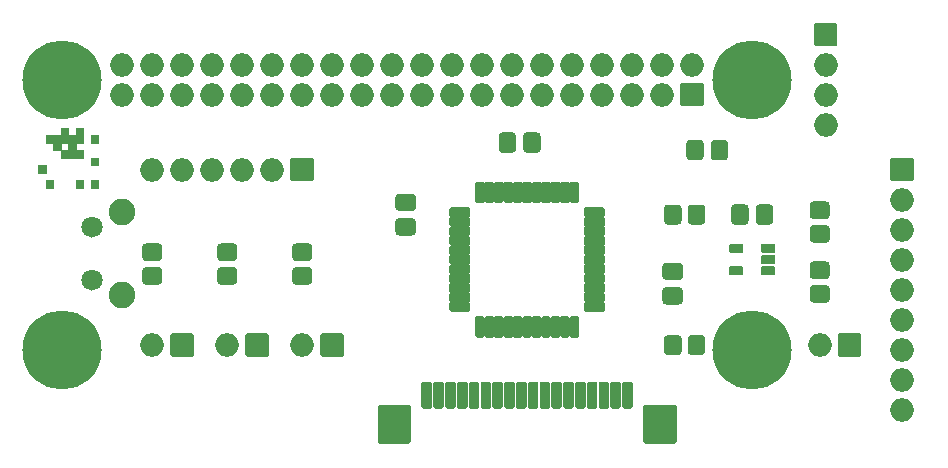
<source format=gbr>
%TF.GenerationSoftware,KiCad,Pcbnew,(5.1.9)-1*%
%TF.CreationDate,2021-07-28T13:21:10+01:00*%
%TF.ProjectId,RGBtoHDMI Amiga Denise CPLD FFC Rev 1.1,52474274-6f48-4444-9d49-20416d696761,rev?*%
%TF.SameCoordinates,Original*%
%TF.FileFunction,Soldermask,Top*%
%TF.FilePolarity,Negative*%
%FSLAX46Y46*%
G04 Gerber Fmt 4.6, Leading zero omitted, Abs format (unit mm)*
G04 Created by KiCad (PCBNEW (5.1.9)-1) date 2021-07-28 13:21:10*
%MOMM*%
%LPD*%
G01*
G04 APERTURE LIST*
%ADD10C,0.100000*%
%ADD11C,1.808000*%
%ADD12C,2.250000*%
%ADD13C,1.100000*%
%ADD14C,6.700000*%
%ADD15O,2.000000X2.000000*%
G04 APERTURE END LIST*
D10*
%TO.C,solarmon*%
G36*
X112268000Y-82169000D02*
G01*
X111633000Y-82169000D01*
X111633000Y-81534000D01*
X112268000Y-81534000D01*
X112268000Y-82169000D01*
G37*
X112268000Y-82169000D02*
X111633000Y-82169000D01*
X111633000Y-81534000D01*
X112268000Y-81534000D01*
X112268000Y-82169000D01*
G36*
X110998000Y-84074000D02*
G01*
X110363000Y-84074000D01*
X110363000Y-83439000D01*
X110998000Y-83439000D01*
X110998000Y-84074000D01*
G37*
X110998000Y-84074000D02*
X110363000Y-84074000D01*
X110363000Y-83439000D01*
X110998000Y-83439000D01*
X110998000Y-84074000D01*
G36*
X108458000Y-84074000D02*
G01*
X107823000Y-84074000D01*
X107823000Y-83439000D01*
X108458000Y-83439000D01*
X108458000Y-84074000D01*
G37*
X108458000Y-84074000D02*
X107823000Y-84074000D01*
X107823000Y-83439000D01*
X108458000Y-83439000D01*
X108458000Y-84074000D01*
G36*
X107823000Y-82804000D02*
G01*
X107188000Y-82804000D01*
X107188000Y-82169000D01*
X107823000Y-82169000D01*
X107823000Y-82804000D01*
G37*
X107823000Y-82804000D02*
X107188000Y-82804000D01*
X107188000Y-82169000D01*
X107823000Y-82169000D01*
X107823000Y-82804000D01*
G36*
X108458000Y-80264000D02*
G01*
X107823000Y-80264000D01*
X107823000Y-79629000D01*
X108458000Y-79629000D01*
X108458000Y-80264000D01*
G37*
X108458000Y-80264000D02*
X107823000Y-80264000D01*
X107823000Y-79629000D01*
X108458000Y-79629000D01*
X108458000Y-80264000D01*
G36*
X109093000Y-80264000D02*
G01*
X108458000Y-80264000D01*
X108458000Y-79629000D01*
X109093000Y-79629000D01*
X109093000Y-80264000D01*
G37*
X109093000Y-80264000D02*
X108458000Y-80264000D01*
X108458000Y-79629000D01*
X109093000Y-79629000D01*
X109093000Y-80264000D01*
G36*
X109728000Y-79629000D02*
G01*
X109093000Y-79629000D01*
X109093000Y-78994000D01*
X109728000Y-78994000D01*
X109728000Y-79629000D01*
G37*
X109728000Y-79629000D02*
X109093000Y-79629000D01*
X109093000Y-78994000D01*
X109728000Y-78994000D01*
X109728000Y-79629000D01*
G36*
X109728000Y-80264000D02*
G01*
X109093000Y-80264000D01*
X109093000Y-79629000D01*
X109728000Y-79629000D01*
X109728000Y-80264000D01*
G37*
X109728000Y-80264000D02*
X109093000Y-80264000D01*
X109093000Y-79629000D01*
X109728000Y-79629000D01*
X109728000Y-80264000D01*
G36*
X110363000Y-80264000D02*
G01*
X109728000Y-80264000D01*
X109728000Y-79629000D01*
X110363000Y-79629000D01*
X110363000Y-80264000D01*
G37*
X110363000Y-80264000D02*
X109728000Y-80264000D01*
X109728000Y-79629000D01*
X110363000Y-79629000D01*
X110363000Y-80264000D01*
G36*
X110998000Y-80264000D02*
G01*
X110363000Y-80264000D01*
X110363000Y-79629000D01*
X110998000Y-79629000D01*
X110998000Y-80264000D01*
G37*
X110998000Y-80264000D02*
X110363000Y-80264000D01*
X110363000Y-79629000D01*
X110998000Y-79629000D01*
X110998000Y-80264000D01*
G36*
X110998000Y-79629000D02*
G01*
X110363000Y-79629000D01*
X110363000Y-78994000D01*
X110998000Y-78994000D01*
X110998000Y-79629000D01*
G37*
X110998000Y-79629000D02*
X110363000Y-79629000D01*
X110363000Y-78994000D01*
X110998000Y-78994000D01*
X110998000Y-79629000D01*
G36*
X112268000Y-84074000D02*
G01*
X111633000Y-84074000D01*
X111633000Y-83439000D01*
X112268000Y-83439000D01*
X112268000Y-84074000D01*
G37*
X112268000Y-84074000D02*
X111633000Y-84074000D01*
X111633000Y-83439000D01*
X112268000Y-83439000D01*
X112268000Y-84074000D01*
G36*
X112268000Y-80264000D02*
G01*
X111633000Y-80264000D01*
X111633000Y-79629000D01*
X112268000Y-79629000D01*
X112268000Y-80264000D01*
G37*
X112268000Y-80264000D02*
X111633000Y-80264000D01*
X111633000Y-79629000D01*
X112268000Y-79629000D01*
X112268000Y-80264000D01*
G36*
X109093000Y-80899000D02*
G01*
X108458000Y-80899000D01*
X108458000Y-80264000D01*
X109093000Y-80264000D01*
X109093000Y-80899000D01*
G37*
X109093000Y-80899000D02*
X108458000Y-80899000D01*
X108458000Y-80264000D01*
X109093000Y-80264000D01*
X109093000Y-80899000D01*
G36*
X109728000Y-81534000D02*
G01*
X109093000Y-81534000D01*
X109093000Y-80899000D01*
X109728000Y-80899000D01*
X109728000Y-81534000D01*
G37*
X109728000Y-81534000D02*
X109093000Y-81534000D01*
X109093000Y-80899000D01*
X109728000Y-80899000D01*
X109728000Y-81534000D01*
G36*
X110998000Y-81534000D02*
G01*
X110363000Y-81534000D01*
X110363000Y-80899000D01*
X110998000Y-80899000D01*
X110998000Y-81534000D01*
G37*
X110998000Y-81534000D02*
X110363000Y-81534000D01*
X110363000Y-80899000D01*
X110998000Y-80899000D01*
X110998000Y-81534000D01*
G36*
X110363000Y-81534000D02*
G01*
X109728000Y-81534000D01*
X109728000Y-80899000D01*
X110363000Y-80899000D01*
X110363000Y-81534000D01*
G37*
X110363000Y-81534000D02*
X109728000Y-81534000D01*
X109728000Y-80899000D01*
X110363000Y-80899000D01*
X110363000Y-81534000D01*
G36*
X110363000Y-80899000D02*
G01*
X109728000Y-80899000D01*
X109728000Y-80264000D01*
X110363000Y-80264000D01*
X110363000Y-80899000D01*
G37*
X110363000Y-80899000D02*
X109728000Y-80899000D01*
X109728000Y-80264000D01*
X110363000Y-80264000D01*
X110363000Y-80899000D01*
%TD*%
D11*
%TO.C,BT11*%
X111760000Y-87387000D03*
X111760000Y-91937000D03*
D12*
X114260000Y-86162000D03*
X114260000Y-93162000D03*
%TD*%
%TO.C,FFC18*%
G36*
G01*
X139640000Y-102645000D02*
X139640000Y-100645000D01*
G75*
G02*
X139790000Y-100495000I150000J0D01*
G01*
X140390000Y-100495000D01*
G75*
G02*
X140540000Y-100645000I0J-150000D01*
G01*
X140540000Y-102645000D01*
G75*
G02*
X140390000Y-102795000I-150000J0D01*
G01*
X139790000Y-102795000D01*
G75*
G02*
X139640000Y-102645000I0J150000D01*
G01*
G37*
G36*
G01*
X140640000Y-102645000D02*
X140640000Y-100645000D01*
G75*
G02*
X140790000Y-100495000I150000J0D01*
G01*
X141390000Y-100495000D01*
G75*
G02*
X141540000Y-100645000I0J-150000D01*
G01*
X141540000Y-102645000D01*
G75*
G02*
X141390000Y-102795000I-150000J0D01*
G01*
X140790000Y-102795000D01*
G75*
G02*
X140640000Y-102645000I0J150000D01*
G01*
G37*
G36*
G01*
X141640000Y-102645000D02*
X141640000Y-100645000D01*
G75*
G02*
X141790000Y-100495000I150000J0D01*
G01*
X142390000Y-100495000D01*
G75*
G02*
X142540000Y-100645000I0J-150000D01*
G01*
X142540000Y-102645000D01*
G75*
G02*
X142390000Y-102795000I-150000J0D01*
G01*
X141790000Y-102795000D01*
G75*
G02*
X141640000Y-102645000I0J150000D01*
G01*
G37*
G36*
G01*
X142640000Y-102645000D02*
X142640000Y-100645000D01*
G75*
G02*
X142790000Y-100495000I150000J0D01*
G01*
X143390000Y-100495000D01*
G75*
G02*
X143540000Y-100645000I0J-150000D01*
G01*
X143540000Y-102645000D01*
G75*
G02*
X143390000Y-102795000I-150000J0D01*
G01*
X142790000Y-102795000D01*
G75*
G02*
X142640000Y-102645000I0J150000D01*
G01*
G37*
G36*
G01*
X143640000Y-102645000D02*
X143640000Y-100645000D01*
G75*
G02*
X143790000Y-100495000I150000J0D01*
G01*
X144390000Y-100495000D01*
G75*
G02*
X144540000Y-100645000I0J-150000D01*
G01*
X144540000Y-102645000D01*
G75*
G02*
X144390000Y-102795000I-150000J0D01*
G01*
X143790000Y-102795000D01*
G75*
G02*
X143640000Y-102645000I0J150000D01*
G01*
G37*
G36*
G01*
X144640000Y-102645000D02*
X144640000Y-100645000D01*
G75*
G02*
X144790000Y-100495000I150000J0D01*
G01*
X145390000Y-100495000D01*
G75*
G02*
X145540000Y-100645000I0J-150000D01*
G01*
X145540000Y-102645000D01*
G75*
G02*
X145390000Y-102795000I-150000J0D01*
G01*
X144790000Y-102795000D01*
G75*
G02*
X144640000Y-102645000I0J150000D01*
G01*
G37*
G36*
G01*
X145640000Y-102645000D02*
X145640000Y-100645000D01*
G75*
G02*
X145790000Y-100495000I150000J0D01*
G01*
X146390000Y-100495000D01*
G75*
G02*
X146540000Y-100645000I0J-150000D01*
G01*
X146540000Y-102645000D01*
G75*
G02*
X146390000Y-102795000I-150000J0D01*
G01*
X145790000Y-102795000D01*
G75*
G02*
X145640000Y-102645000I0J150000D01*
G01*
G37*
G36*
G01*
X146640000Y-102645000D02*
X146640000Y-100645000D01*
G75*
G02*
X146790000Y-100495000I150000J0D01*
G01*
X147390000Y-100495000D01*
G75*
G02*
X147540000Y-100645000I0J-150000D01*
G01*
X147540000Y-102645000D01*
G75*
G02*
X147390000Y-102795000I-150000J0D01*
G01*
X146790000Y-102795000D01*
G75*
G02*
X146640000Y-102645000I0J150000D01*
G01*
G37*
G36*
G01*
X147640000Y-102645000D02*
X147640000Y-100645000D01*
G75*
G02*
X147790000Y-100495000I150000J0D01*
G01*
X148390000Y-100495000D01*
G75*
G02*
X148540000Y-100645000I0J-150000D01*
G01*
X148540000Y-102645000D01*
G75*
G02*
X148390000Y-102795000I-150000J0D01*
G01*
X147790000Y-102795000D01*
G75*
G02*
X147640000Y-102645000I0J150000D01*
G01*
G37*
G36*
G01*
X148640000Y-102645000D02*
X148640000Y-100645000D01*
G75*
G02*
X148790000Y-100495000I150000J0D01*
G01*
X149390000Y-100495000D01*
G75*
G02*
X149540000Y-100645000I0J-150000D01*
G01*
X149540000Y-102645000D01*
G75*
G02*
X149390000Y-102795000I-150000J0D01*
G01*
X148790000Y-102795000D01*
G75*
G02*
X148640000Y-102645000I0J150000D01*
G01*
G37*
G36*
G01*
X149640000Y-102645000D02*
X149640000Y-100645000D01*
G75*
G02*
X149790000Y-100495000I150000J0D01*
G01*
X150390000Y-100495000D01*
G75*
G02*
X150540000Y-100645000I0J-150000D01*
G01*
X150540000Y-102645000D01*
G75*
G02*
X150390000Y-102795000I-150000J0D01*
G01*
X149790000Y-102795000D01*
G75*
G02*
X149640000Y-102645000I0J150000D01*
G01*
G37*
G36*
G01*
X150640000Y-102645000D02*
X150640000Y-100645000D01*
G75*
G02*
X150790000Y-100495000I150000J0D01*
G01*
X151390000Y-100495000D01*
G75*
G02*
X151540000Y-100645000I0J-150000D01*
G01*
X151540000Y-102645000D01*
G75*
G02*
X151390000Y-102795000I-150000J0D01*
G01*
X150790000Y-102795000D01*
G75*
G02*
X150640000Y-102645000I0J150000D01*
G01*
G37*
G36*
G01*
X151640000Y-102645000D02*
X151640000Y-100645000D01*
G75*
G02*
X151790000Y-100495000I150000J0D01*
G01*
X152390000Y-100495000D01*
G75*
G02*
X152540000Y-100645000I0J-150000D01*
G01*
X152540000Y-102645000D01*
G75*
G02*
X152390000Y-102795000I-150000J0D01*
G01*
X151790000Y-102795000D01*
G75*
G02*
X151640000Y-102645000I0J150000D01*
G01*
G37*
G36*
G01*
X152640000Y-102645000D02*
X152640000Y-100645000D01*
G75*
G02*
X152790000Y-100495000I150000J0D01*
G01*
X153390000Y-100495000D01*
G75*
G02*
X153540000Y-100645000I0J-150000D01*
G01*
X153540000Y-102645000D01*
G75*
G02*
X153390000Y-102795000I-150000J0D01*
G01*
X152790000Y-102795000D01*
G75*
G02*
X152640000Y-102645000I0J150000D01*
G01*
G37*
G36*
G01*
X153640000Y-102645000D02*
X153640000Y-100645000D01*
G75*
G02*
X153790000Y-100495000I150000J0D01*
G01*
X154390000Y-100495000D01*
G75*
G02*
X154540000Y-100645000I0J-150000D01*
G01*
X154540000Y-102645000D01*
G75*
G02*
X154390000Y-102795000I-150000J0D01*
G01*
X153790000Y-102795000D01*
G75*
G02*
X153640000Y-102645000I0J150000D01*
G01*
G37*
G36*
G01*
X154640000Y-102645000D02*
X154640000Y-100645000D01*
G75*
G02*
X154790000Y-100495000I150000J0D01*
G01*
X155390000Y-100495000D01*
G75*
G02*
X155540000Y-100645000I0J-150000D01*
G01*
X155540000Y-102645000D01*
G75*
G02*
X155390000Y-102795000I-150000J0D01*
G01*
X154790000Y-102795000D01*
G75*
G02*
X154640000Y-102645000I0J150000D01*
G01*
G37*
G36*
G01*
X155640000Y-102645000D02*
X155640000Y-100645000D01*
G75*
G02*
X155790000Y-100495000I150000J0D01*
G01*
X156390000Y-100495000D01*
G75*
G02*
X156540000Y-100645000I0J-150000D01*
G01*
X156540000Y-102645000D01*
G75*
G02*
X156390000Y-102795000I-150000J0D01*
G01*
X155790000Y-102795000D01*
G75*
G02*
X155640000Y-102645000I0J150000D01*
G01*
G37*
G36*
G01*
X156640000Y-102645000D02*
X156640000Y-100645000D01*
G75*
G02*
X156790000Y-100495000I150000J0D01*
G01*
X157390000Y-100495000D01*
G75*
G02*
X157540000Y-100645000I0J-150000D01*
G01*
X157540000Y-102645000D01*
G75*
G02*
X157390000Y-102795000I-150000J0D01*
G01*
X156790000Y-102795000D01*
G75*
G02*
X156640000Y-102645000I0J150000D01*
G01*
G37*
G36*
G01*
X158440000Y-105595000D02*
X158440000Y-102595000D01*
G75*
G02*
X158590000Y-102445000I150000J0D01*
G01*
X161090000Y-102445000D01*
G75*
G02*
X161240000Y-102595000I0J-150000D01*
G01*
X161240000Y-105595000D01*
G75*
G02*
X161090000Y-105745000I-150000J0D01*
G01*
X158590000Y-105745000D01*
G75*
G02*
X158440000Y-105595000I0J150000D01*
G01*
G37*
G36*
G01*
X135940000Y-105595000D02*
X135940000Y-102595000D01*
G75*
G02*
X136090000Y-102445000I150000J0D01*
G01*
X138590000Y-102445000D01*
G75*
G02*
X138740000Y-102595000I0J-150000D01*
G01*
X138740000Y-105595000D01*
G75*
G02*
X138590000Y-105745000I-150000J0D01*
G01*
X136090000Y-105745000D01*
G75*
G02*
X135940000Y-105595000I0J150000D01*
G01*
G37*
%TD*%
D13*
%TO.C,H4*%
X169337056Y-96092944D03*
X167640000Y-95390000D03*
X165942944Y-96092944D03*
X165240000Y-97790000D03*
X165942944Y-99487056D03*
X167640000Y-100190000D03*
X169337056Y-99487056D03*
X170040000Y-97790000D03*
D14*
X167640000Y-97790000D03*
%TD*%
D13*
%TO.C,H3*%
X110917056Y-96092944D03*
X109220000Y-95390000D03*
X107522944Y-96092944D03*
X106820000Y-97790000D03*
X107522944Y-99487056D03*
X109220000Y-100190000D03*
X110917056Y-99487056D03*
X111620000Y-97790000D03*
D14*
X109220000Y-97790000D03*
%TD*%
D13*
%TO.C,H2*%
X169337056Y-73232944D03*
X167640000Y-72530000D03*
X165942944Y-73232944D03*
X165240000Y-74930000D03*
X165942944Y-76627056D03*
X167640000Y-77330000D03*
X169337056Y-76627056D03*
X170040000Y-74930000D03*
D14*
X167640000Y-74930000D03*
%TD*%
D13*
%TO.C,H1*%
X110917056Y-73232944D03*
X109220000Y-72530000D03*
X107522944Y-73232944D03*
X106820000Y-74930000D03*
X107522944Y-76627056D03*
X109220000Y-77330000D03*
X110917056Y-76627056D03*
X111620000Y-74930000D03*
D14*
X109220000Y-74930000D03*
%TD*%
D15*
%TO.C,JP1*%
X173355000Y-97409000D03*
G36*
G01*
X175045000Y-96409000D02*
X176745000Y-96409000D01*
G75*
G02*
X176895000Y-96559000I0J-150000D01*
G01*
X176895000Y-98259000D01*
G75*
G02*
X176745000Y-98409000I-150000J0D01*
G01*
X175045000Y-98409000D01*
G75*
G02*
X174895000Y-98259000I0J150000D01*
G01*
X174895000Y-96559000D01*
G75*
G02*
X175045000Y-96409000I150000J0D01*
G01*
G37*
%TD*%
%TO.C,FFOSD1*%
G36*
G01*
X179340000Y-83400000D02*
X179340000Y-81700000D01*
G75*
G02*
X179490000Y-81550000I150000J0D01*
G01*
X181190000Y-81550000D01*
G75*
G02*
X181340000Y-81700000I0J-150000D01*
G01*
X181340000Y-83400000D01*
G75*
G02*
X181190000Y-83550000I-150000J0D01*
G01*
X179490000Y-83550000D01*
G75*
G02*
X179340000Y-83400000I0J150000D01*
G01*
G37*
X180340000Y-85090000D03*
X180340000Y-87630000D03*
X180340000Y-90170000D03*
X180340000Y-92710000D03*
X180340000Y-95250000D03*
X180340000Y-97790000D03*
X180340000Y-100330000D03*
X180340000Y-102870000D03*
%TD*%
%TO.C,P1*%
X173863000Y-78740000D03*
X173863000Y-76200000D03*
X173863000Y-73660000D03*
G36*
G01*
X172863000Y-71970000D02*
X172863000Y-70270000D01*
G75*
G02*
X173013000Y-70120000I150000J0D01*
G01*
X174713000Y-70120000D01*
G75*
G02*
X174863000Y-70270000I0J-150000D01*
G01*
X174863000Y-71970000D01*
G75*
G02*
X174713000Y-72120000I-150000J0D01*
G01*
X173013000Y-72120000D01*
G75*
G02*
X172863000Y-71970000I0J150000D01*
G01*
G37*
%TD*%
%TO.C,R7*%
G36*
G01*
X116302498Y-90801000D02*
X117377502Y-90801000D01*
G75*
G02*
X117690000Y-91113498I0J-312498D01*
G01*
X117690000Y-91988502D01*
G75*
G02*
X117377502Y-92301000I-312498J0D01*
G01*
X116302498Y-92301000D01*
G75*
G02*
X115990000Y-91988502I0J312498D01*
G01*
X115990000Y-91113498D01*
G75*
G02*
X116302498Y-90801000I312498J0D01*
G01*
G37*
G36*
G01*
X116302498Y-88801000D02*
X117377502Y-88801000D01*
G75*
G02*
X117690000Y-89113498I0J-312498D01*
G01*
X117690000Y-89988502D01*
G75*
G02*
X117377502Y-90301000I-312498J0D01*
G01*
X116302498Y-90301000D01*
G75*
G02*
X115990000Y-89988502I0J312498D01*
G01*
X115990000Y-89113498D01*
G75*
G02*
X116302498Y-88801000I312498J0D01*
G01*
G37*
%TD*%
%TO.C,R6*%
G36*
G01*
X122652498Y-90801000D02*
X123727502Y-90801000D01*
G75*
G02*
X124040000Y-91113498I0J-312498D01*
G01*
X124040000Y-91988502D01*
G75*
G02*
X123727502Y-92301000I-312498J0D01*
G01*
X122652498Y-92301000D01*
G75*
G02*
X122340000Y-91988502I0J312498D01*
G01*
X122340000Y-91113498D01*
G75*
G02*
X122652498Y-90801000I312498J0D01*
G01*
G37*
G36*
G01*
X122652498Y-88801000D02*
X123727502Y-88801000D01*
G75*
G02*
X124040000Y-89113498I0J-312498D01*
G01*
X124040000Y-89988502D01*
G75*
G02*
X123727502Y-90301000I-312498J0D01*
G01*
X122652498Y-90301000D01*
G75*
G02*
X122340000Y-89988502I0J312498D01*
G01*
X122340000Y-89113498D01*
G75*
G02*
X122652498Y-88801000I312498J0D01*
G01*
G37*
%TD*%
%TO.C,BT3*%
X116840000Y-97409000D03*
G36*
G01*
X118530000Y-96409000D02*
X120230000Y-96409000D01*
G75*
G02*
X120380000Y-96559000I0J-150000D01*
G01*
X120380000Y-98259000D01*
G75*
G02*
X120230000Y-98409000I-150000J0D01*
G01*
X118530000Y-98409000D01*
G75*
G02*
X118380000Y-98259000I0J150000D01*
G01*
X118380000Y-96559000D01*
G75*
G02*
X118530000Y-96409000I150000J0D01*
G01*
G37*
%TD*%
%TO.C,BT2*%
X123190000Y-97409000D03*
G36*
G01*
X124880000Y-96409000D02*
X126580000Y-96409000D01*
G75*
G02*
X126730000Y-96559000I0J-150000D01*
G01*
X126730000Y-98259000D01*
G75*
G02*
X126580000Y-98409000I-150000J0D01*
G01*
X124880000Y-98409000D01*
G75*
G02*
X124730000Y-98259000I0J150000D01*
G01*
X124730000Y-96559000D01*
G75*
G02*
X124880000Y-96409000I150000J0D01*
G01*
G37*
%TD*%
%TO.C,C5*%
G36*
G01*
X167940000Y-86921171D02*
X167940000Y-85798829D01*
G75*
G02*
X168253829Y-85485000I313829J0D01*
G01*
X169101171Y-85485000D01*
G75*
G02*
X169415000Y-85798829I0J-313829D01*
G01*
X169415000Y-86921171D01*
G75*
G02*
X169101171Y-87235000I-313829J0D01*
G01*
X168253829Y-87235000D01*
G75*
G02*
X167940000Y-86921171I0J313829D01*
G01*
G37*
G36*
G01*
X165865000Y-86921171D02*
X165865000Y-85798829D01*
G75*
G02*
X166178829Y-85485000I313829J0D01*
G01*
X167026171Y-85485000D01*
G75*
G02*
X167340000Y-85798829I0J-313829D01*
G01*
X167340000Y-86921171D01*
G75*
G02*
X167026171Y-87235000I-313829J0D01*
G01*
X166178829Y-87235000D01*
G75*
G02*
X165865000Y-86921171I0J313829D01*
G01*
G37*
%TD*%
%TO.C,U2*%
G36*
G01*
X169515000Y-91490000D02*
X168465000Y-91490000D01*
G75*
G02*
X168395000Y-91420000I0J70000D01*
G01*
X168395000Y-90820000D01*
G75*
G02*
X168465000Y-90750000I70000J0D01*
G01*
X169515000Y-90750000D01*
G75*
G02*
X169585000Y-90820000I0J-70000D01*
G01*
X169585000Y-91420000D01*
G75*
G02*
X169515000Y-91490000I-70000J0D01*
G01*
G37*
G36*
G01*
X169515000Y-90540000D02*
X168465000Y-90540000D01*
G75*
G02*
X168395000Y-90470000I0J70000D01*
G01*
X168395000Y-89870000D01*
G75*
G02*
X168465000Y-89800000I70000J0D01*
G01*
X169515000Y-89800000D01*
G75*
G02*
X169585000Y-89870000I0J-70000D01*
G01*
X169585000Y-90470000D01*
G75*
G02*
X169515000Y-90540000I-70000J0D01*
G01*
G37*
G36*
G01*
X169515000Y-89590000D02*
X168465000Y-89590000D01*
G75*
G02*
X168395000Y-89520000I0J70000D01*
G01*
X168395000Y-88920000D01*
G75*
G02*
X168465000Y-88850000I70000J0D01*
G01*
X169515000Y-88850000D01*
G75*
G02*
X169585000Y-88920000I0J-70000D01*
G01*
X169585000Y-89520000D01*
G75*
G02*
X169515000Y-89590000I-70000J0D01*
G01*
G37*
G36*
G01*
X166815000Y-89590000D02*
X165765000Y-89590000D01*
G75*
G02*
X165695000Y-89520000I0J70000D01*
G01*
X165695000Y-88920000D01*
G75*
G02*
X165765000Y-88850000I70000J0D01*
G01*
X166815000Y-88850000D01*
G75*
G02*
X166885000Y-88920000I0J-70000D01*
G01*
X166885000Y-89520000D01*
G75*
G02*
X166815000Y-89590000I-70000J0D01*
G01*
G37*
G36*
G01*
X166815000Y-91490000D02*
X165765000Y-91490000D01*
G75*
G02*
X165695000Y-91420000I0J70000D01*
G01*
X165695000Y-90820000D01*
G75*
G02*
X165765000Y-90750000I70000J0D01*
G01*
X166815000Y-90750000D01*
G75*
G02*
X166885000Y-90820000I0J-70000D01*
G01*
X166885000Y-91420000D01*
G75*
G02*
X166815000Y-91490000I-70000J0D01*
G01*
G37*
%TD*%
%TO.C,R5*%
G36*
G01*
X172817498Y-92325000D02*
X173892502Y-92325000D01*
G75*
G02*
X174205000Y-92637498I0J-312498D01*
G01*
X174205000Y-93512502D01*
G75*
G02*
X173892502Y-93825000I-312498J0D01*
G01*
X172817498Y-93825000D01*
G75*
G02*
X172505000Y-93512502I0J312498D01*
G01*
X172505000Y-92637498D01*
G75*
G02*
X172817498Y-92325000I312498J0D01*
G01*
G37*
G36*
G01*
X172817498Y-90325000D02*
X173892502Y-90325000D01*
G75*
G02*
X174205000Y-90637498I0J-312498D01*
G01*
X174205000Y-91512502D01*
G75*
G02*
X173892502Y-91825000I-312498J0D01*
G01*
X172817498Y-91825000D01*
G75*
G02*
X172505000Y-91512502I0J312498D01*
G01*
X172505000Y-90637498D01*
G75*
G02*
X172817498Y-90325000I312498J0D01*
G01*
G37*
%TD*%
%TO.C,R4*%
G36*
G01*
X172817498Y-87245000D02*
X173892502Y-87245000D01*
G75*
G02*
X174205000Y-87557498I0J-312498D01*
G01*
X174205000Y-88432502D01*
G75*
G02*
X173892502Y-88745000I-312498J0D01*
G01*
X172817498Y-88745000D01*
G75*
G02*
X172505000Y-88432502I0J312498D01*
G01*
X172505000Y-87557498D01*
G75*
G02*
X172817498Y-87245000I312498J0D01*
G01*
G37*
G36*
G01*
X172817498Y-85245000D02*
X173892502Y-85245000D01*
G75*
G02*
X174205000Y-85557498I0J-312498D01*
G01*
X174205000Y-86432502D01*
G75*
G02*
X173892502Y-86745000I-312498J0D01*
G01*
X172817498Y-86745000D01*
G75*
G02*
X172505000Y-86432502I0J312498D01*
G01*
X172505000Y-85557498D01*
G75*
G02*
X172817498Y-85245000I312498J0D01*
G01*
G37*
%TD*%
%TO.C,JTAG1*%
X116840000Y-82550000D03*
X119380000Y-82550000D03*
X121920000Y-82550000D03*
X124460000Y-82550000D03*
X127000000Y-82550000D03*
G36*
G01*
X128690000Y-81550000D02*
X130390000Y-81550000D01*
G75*
G02*
X130540000Y-81700000I0J-150000D01*
G01*
X130540000Y-83400000D01*
G75*
G02*
X130390000Y-83550000I-150000J0D01*
G01*
X128690000Y-83550000D01*
G75*
G02*
X128540000Y-83400000I0J150000D01*
G01*
X128540000Y-81700000D01*
G75*
G02*
X128690000Y-81550000I150000J0D01*
G01*
G37*
%TD*%
%TO.C,C1*%
G36*
G01*
X164130000Y-81460171D02*
X164130000Y-80337829D01*
G75*
G02*
X164443829Y-80024000I313829J0D01*
G01*
X165291171Y-80024000D01*
G75*
G02*
X165605000Y-80337829I0J-313829D01*
G01*
X165605000Y-81460171D01*
G75*
G02*
X165291171Y-81774000I-313829J0D01*
G01*
X164443829Y-81774000D01*
G75*
G02*
X164130000Y-81460171I0J313829D01*
G01*
G37*
G36*
G01*
X162055000Y-81460171D02*
X162055000Y-80337829D01*
G75*
G02*
X162368829Y-80024000I313829J0D01*
G01*
X163216171Y-80024000D01*
G75*
G02*
X163530000Y-80337829I0J-313829D01*
G01*
X163530000Y-81460171D01*
G75*
G02*
X163216171Y-81774000I-313829J0D01*
G01*
X162368829Y-81774000D01*
G75*
G02*
X162055000Y-81460171I0J313829D01*
G01*
G37*
%TD*%
%TO.C,R3*%
G36*
G01*
X162175000Y-86897502D02*
X162175000Y-85822498D01*
G75*
G02*
X162487498Y-85510000I312498J0D01*
G01*
X163362502Y-85510000D01*
G75*
G02*
X163675000Y-85822498I0J-312498D01*
G01*
X163675000Y-86897502D01*
G75*
G02*
X163362502Y-87210000I-312498J0D01*
G01*
X162487498Y-87210000D01*
G75*
G02*
X162175000Y-86897502I0J312498D01*
G01*
G37*
G36*
G01*
X160175000Y-86897502D02*
X160175000Y-85822498D01*
G75*
G02*
X160487498Y-85510000I312498J0D01*
G01*
X161362502Y-85510000D01*
G75*
G02*
X161675000Y-85822498I0J-312498D01*
G01*
X161675000Y-86897502D01*
G75*
G02*
X161362502Y-87210000I-312498J0D01*
G01*
X160487498Y-87210000D01*
G75*
G02*
X160175000Y-86897502I0J312498D01*
G01*
G37*
%TD*%
%TO.C,R2*%
G36*
G01*
X162175000Y-97946502D02*
X162175000Y-96871498D01*
G75*
G02*
X162487498Y-96559000I312498J0D01*
G01*
X163362502Y-96559000D01*
G75*
G02*
X163675000Y-96871498I0J-312498D01*
G01*
X163675000Y-97946502D01*
G75*
G02*
X163362502Y-98259000I-312498J0D01*
G01*
X162487498Y-98259000D01*
G75*
G02*
X162175000Y-97946502I0J312498D01*
G01*
G37*
G36*
G01*
X160175000Y-97946502D02*
X160175000Y-96871498D01*
G75*
G02*
X160487498Y-96559000I312498J0D01*
G01*
X161362502Y-96559000D01*
G75*
G02*
X161675000Y-96871498I0J-312498D01*
G01*
X161675000Y-97946502D01*
G75*
G02*
X161362502Y-98259000I-312498J0D01*
G01*
X160487498Y-98259000D01*
G75*
G02*
X160175000Y-97946502I0J312498D01*
G01*
G37*
%TD*%
%TO.C,R1*%
G36*
G01*
X129002498Y-90801000D02*
X130077502Y-90801000D01*
G75*
G02*
X130390000Y-91113498I0J-312498D01*
G01*
X130390000Y-91988502D01*
G75*
G02*
X130077502Y-92301000I-312498J0D01*
G01*
X129002498Y-92301000D01*
G75*
G02*
X128690000Y-91988502I0J312498D01*
G01*
X128690000Y-91113498D01*
G75*
G02*
X129002498Y-90801000I312498J0D01*
G01*
G37*
G36*
G01*
X129002498Y-88801000D02*
X130077502Y-88801000D01*
G75*
G02*
X130390000Y-89113498I0J-312498D01*
G01*
X130390000Y-89988502D01*
G75*
G02*
X130077502Y-90301000I-312498J0D01*
G01*
X129002498Y-90301000D01*
G75*
G02*
X128690000Y-89988502I0J312498D01*
G01*
X128690000Y-89113498D01*
G75*
G02*
X129002498Y-88801000I312498J0D01*
G01*
G37*
%TD*%
%TO.C,C4*%
G36*
G01*
X138864171Y-86060000D02*
X137741829Y-86060000D01*
G75*
G02*
X137428000Y-85746171I0J313829D01*
G01*
X137428000Y-84898829D01*
G75*
G02*
X137741829Y-84585000I313829J0D01*
G01*
X138864171Y-84585000D01*
G75*
G02*
X139178000Y-84898829I0J-313829D01*
G01*
X139178000Y-85746171D01*
G75*
G02*
X138864171Y-86060000I-313829J0D01*
G01*
G37*
G36*
G01*
X138864171Y-88135000D02*
X137741829Y-88135000D01*
G75*
G02*
X137428000Y-87821171I0J313829D01*
G01*
X137428000Y-86973829D01*
G75*
G02*
X137741829Y-86660000I313829J0D01*
G01*
X138864171Y-86660000D01*
G75*
G02*
X139178000Y-86973829I0J-313829D01*
G01*
X139178000Y-87821171D01*
G75*
G02*
X138864171Y-88135000I-313829J0D01*
G01*
G37*
%TD*%
%TO.C,C3*%
G36*
G01*
X160347829Y-92502000D02*
X161470171Y-92502000D01*
G75*
G02*
X161784000Y-92815829I0J-313829D01*
G01*
X161784000Y-93663171D01*
G75*
G02*
X161470171Y-93977000I-313829J0D01*
G01*
X160347829Y-93977000D01*
G75*
G02*
X160034000Y-93663171I0J313829D01*
G01*
X160034000Y-92815829D01*
G75*
G02*
X160347829Y-92502000I313829J0D01*
G01*
G37*
G36*
G01*
X160347829Y-90427000D02*
X161470171Y-90427000D01*
G75*
G02*
X161784000Y-90740829I0J-313829D01*
G01*
X161784000Y-91588171D01*
G75*
G02*
X161470171Y-91902000I-313829J0D01*
G01*
X160347829Y-91902000D01*
G75*
G02*
X160034000Y-91588171I0J313829D01*
G01*
X160034000Y-90740829D01*
G75*
G02*
X160347829Y-90427000I313829J0D01*
G01*
G37*
%TD*%
%TO.C,C2*%
G36*
G01*
X147655000Y-79702829D02*
X147655000Y-80825171D01*
G75*
G02*
X147341171Y-81139000I-313829J0D01*
G01*
X146493829Y-81139000D01*
G75*
G02*
X146180000Y-80825171I0J313829D01*
G01*
X146180000Y-79702829D01*
G75*
G02*
X146493829Y-79389000I313829J0D01*
G01*
X147341171Y-79389000D01*
G75*
G02*
X147655000Y-79702829I0J-313829D01*
G01*
G37*
G36*
G01*
X149730000Y-79702829D02*
X149730000Y-80825171D01*
G75*
G02*
X149416171Y-81139000I-313829J0D01*
G01*
X148568829Y-81139000D01*
G75*
G02*
X148255000Y-80825171I0J313829D01*
G01*
X148255000Y-79702829D01*
G75*
G02*
X148568829Y-79389000I313829J0D01*
G01*
X149416171Y-79389000D01*
G75*
G02*
X149730000Y-79702829I0J-313829D01*
G01*
G37*
%TD*%
%TO.C,U1*%
G36*
G01*
X143790000Y-93895000D02*
X143790000Y-94445000D01*
G75*
G02*
X143640000Y-94595000I-150000J0D01*
G01*
X142140000Y-94595000D01*
G75*
G02*
X141990000Y-94445000I0J150000D01*
G01*
X141990000Y-93895000D01*
G75*
G02*
X142140000Y-93745000I150000J0D01*
G01*
X143640000Y-93745000D01*
G75*
G02*
X143790000Y-93895000I0J-150000D01*
G01*
G37*
G36*
G01*
X143790000Y-93095000D02*
X143790000Y-93645000D01*
G75*
G02*
X143640000Y-93795000I-150000J0D01*
G01*
X142140000Y-93795000D01*
G75*
G02*
X141990000Y-93645000I0J150000D01*
G01*
X141990000Y-93095000D01*
G75*
G02*
X142140000Y-92945000I150000J0D01*
G01*
X143640000Y-92945000D01*
G75*
G02*
X143790000Y-93095000I0J-150000D01*
G01*
G37*
G36*
G01*
X143790000Y-92295000D02*
X143790000Y-92845000D01*
G75*
G02*
X143640000Y-92995000I-150000J0D01*
G01*
X142140000Y-92995000D01*
G75*
G02*
X141990000Y-92845000I0J150000D01*
G01*
X141990000Y-92295000D01*
G75*
G02*
X142140000Y-92145000I150000J0D01*
G01*
X143640000Y-92145000D01*
G75*
G02*
X143790000Y-92295000I0J-150000D01*
G01*
G37*
G36*
G01*
X143790000Y-91495000D02*
X143790000Y-92045000D01*
G75*
G02*
X143640000Y-92195000I-150000J0D01*
G01*
X142140000Y-92195000D01*
G75*
G02*
X141990000Y-92045000I0J150000D01*
G01*
X141990000Y-91495000D01*
G75*
G02*
X142140000Y-91345000I150000J0D01*
G01*
X143640000Y-91345000D01*
G75*
G02*
X143790000Y-91495000I0J-150000D01*
G01*
G37*
G36*
G01*
X143790000Y-90695000D02*
X143790000Y-91245000D01*
G75*
G02*
X143640000Y-91395000I-150000J0D01*
G01*
X142140000Y-91395000D01*
G75*
G02*
X141990000Y-91245000I0J150000D01*
G01*
X141990000Y-90695000D01*
G75*
G02*
X142140000Y-90545000I150000J0D01*
G01*
X143640000Y-90545000D01*
G75*
G02*
X143790000Y-90695000I0J-150000D01*
G01*
G37*
G36*
G01*
X143790000Y-89895000D02*
X143790000Y-90445000D01*
G75*
G02*
X143640000Y-90595000I-150000J0D01*
G01*
X142140000Y-90595000D01*
G75*
G02*
X141990000Y-90445000I0J150000D01*
G01*
X141990000Y-89895000D01*
G75*
G02*
X142140000Y-89745000I150000J0D01*
G01*
X143640000Y-89745000D01*
G75*
G02*
X143790000Y-89895000I0J-150000D01*
G01*
G37*
G36*
G01*
X143790000Y-89095000D02*
X143790000Y-89645000D01*
G75*
G02*
X143640000Y-89795000I-150000J0D01*
G01*
X142140000Y-89795000D01*
G75*
G02*
X141990000Y-89645000I0J150000D01*
G01*
X141990000Y-89095000D01*
G75*
G02*
X142140000Y-88945000I150000J0D01*
G01*
X143640000Y-88945000D01*
G75*
G02*
X143790000Y-89095000I0J-150000D01*
G01*
G37*
G36*
G01*
X143790000Y-88295000D02*
X143790000Y-88845000D01*
G75*
G02*
X143640000Y-88995000I-150000J0D01*
G01*
X142140000Y-88995000D01*
G75*
G02*
X141990000Y-88845000I0J150000D01*
G01*
X141990000Y-88295000D01*
G75*
G02*
X142140000Y-88145000I150000J0D01*
G01*
X143640000Y-88145000D01*
G75*
G02*
X143790000Y-88295000I0J-150000D01*
G01*
G37*
G36*
G01*
X143790000Y-87495000D02*
X143790000Y-88045000D01*
G75*
G02*
X143640000Y-88195000I-150000J0D01*
G01*
X142140000Y-88195000D01*
G75*
G02*
X141990000Y-88045000I0J150000D01*
G01*
X141990000Y-87495000D01*
G75*
G02*
X142140000Y-87345000I150000J0D01*
G01*
X143640000Y-87345000D01*
G75*
G02*
X143790000Y-87495000I0J-150000D01*
G01*
G37*
G36*
G01*
X143790000Y-86695000D02*
X143790000Y-87245000D01*
G75*
G02*
X143640000Y-87395000I-150000J0D01*
G01*
X142140000Y-87395000D01*
G75*
G02*
X141990000Y-87245000I0J150000D01*
G01*
X141990000Y-86695000D01*
G75*
G02*
X142140000Y-86545000I150000J0D01*
G01*
X143640000Y-86545000D01*
G75*
G02*
X143790000Y-86695000I0J-150000D01*
G01*
G37*
G36*
G01*
X143790000Y-85895000D02*
X143790000Y-86445000D01*
G75*
G02*
X143640000Y-86595000I-150000J0D01*
G01*
X142140000Y-86595000D01*
G75*
G02*
X141990000Y-86445000I0J150000D01*
G01*
X141990000Y-85895000D01*
G75*
G02*
X142140000Y-85745000I150000J0D01*
G01*
X143640000Y-85745000D01*
G75*
G02*
X143790000Y-85895000I0J-150000D01*
G01*
G37*
G36*
G01*
X144865000Y-85370000D02*
X144315000Y-85370000D01*
G75*
G02*
X144165000Y-85220000I0J150000D01*
G01*
X144165000Y-83720000D01*
G75*
G02*
X144315000Y-83570000I150000J0D01*
G01*
X144865000Y-83570000D01*
G75*
G02*
X145015000Y-83720000I0J-150000D01*
G01*
X145015000Y-85220000D01*
G75*
G02*
X144865000Y-85370000I-150000J0D01*
G01*
G37*
G36*
G01*
X145665000Y-85370000D02*
X145115000Y-85370000D01*
G75*
G02*
X144965000Y-85220000I0J150000D01*
G01*
X144965000Y-83720000D01*
G75*
G02*
X145115000Y-83570000I150000J0D01*
G01*
X145665000Y-83570000D01*
G75*
G02*
X145815000Y-83720000I0J-150000D01*
G01*
X145815000Y-85220000D01*
G75*
G02*
X145665000Y-85370000I-150000J0D01*
G01*
G37*
G36*
G01*
X146465000Y-85370000D02*
X145915000Y-85370000D01*
G75*
G02*
X145765000Y-85220000I0J150000D01*
G01*
X145765000Y-83720000D01*
G75*
G02*
X145915000Y-83570000I150000J0D01*
G01*
X146465000Y-83570000D01*
G75*
G02*
X146615000Y-83720000I0J-150000D01*
G01*
X146615000Y-85220000D01*
G75*
G02*
X146465000Y-85370000I-150000J0D01*
G01*
G37*
G36*
G01*
X147265000Y-85370000D02*
X146715000Y-85370000D01*
G75*
G02*
X146565000Y-85220000I0J150000D01*
G01*
X146565000Y-83720000D01*
G75*
G02*
X146715000Y-83570000I150000J0D01*
G01*
X147265000Y-83570000D01*
G75*
G02*
X147415000Y-83720000I0J-150000D01*
G01*
X147415000Y-85220000D01*
G75*
G02*
X147265000Y-85370000I-150000J0D01*
G01*
G37*
G36*
G01*
X148065000Y-85370000D02*
X147515000Y-85370000D01*
G75*
G02*
X147365000Y-85220000I0J150000D01*
G01*
X147365000Y-83720000D01*
G75*
G02*
X147515000Y-83570000I150000J0D01*
G01*
X148065000Y-83570000D01*
G75*
G02*
X148215000Y-83720000I0J-150000D01*
G01*
X148215000Y-85220000D01*
G75*
G02*
X148065000Y-85370000I-150000J0D01*
G01*
G37*
G36*
G01*
X148865000Y-85370000D02*
X148315000Y-85370000D01*
G75*
G02*
X148165000Y-85220000I0J150000D01*
G01*
X148165000Y-83720000D01*
G75*
G02*
X148315000Y-83570000I150000J0D01*
G01*
X148865000Y-83570000D01*
G75*
G02*
X149015000Y-83720000I0J-150000D01*
G01*
X149015000Y-85220000D01*
G75*
G02*
X148865000Y-85370000I-150000J0D01*
G01*
G37*
G36*
G01*
X149665000Y-85370000D02*
X149115000Y-85370000D01*
G75*
G02*
X148965000Y-85220000I0J150000D01*
G01*
X148965000Y-83720000D01*
G75*
G02*
X149115000Y-83570000I150000J0D01*
G01*
X149665000Y-83570000D01*
G75*
G02*
X149815000Y-83720000I0J-150000D01*
G01*
X149815000Y-85220000D01*
G75*
G02*
X149665000Y-85370000I-150000J0D01*
G01*
G37*
G36*
G01*
X150465000Y-85370000D02*
X149915000Y-85370000D01*
G75*
G02*
X149765000Y-85220000I0J150000D01*
G01*
X149765000Y-83720000D01*
G75*
G02*
X149915000Y-83570000I150000J0D01*
G01*
X150465000Y-83570000D01*
G75*
G02*
X150615000Y-83720000I0J-150000D01*
G01*
X150615000Y-85220000D01*
G75*
G02*
X150465000Y-85370000I-150000J0D01*
G01*
G37*
G36*
G01*
X151265000Y-85370000D02*
X150715000Y-85370000D01*
G75*
G02*
X150565000Y-85220000I0J150000D01*
G01*
X150565000Y-83720000D01*
G75*
G02*
X150715000Y-83570000I150000J0D01*
G01*
X151265000Y-83570000D01*
G75*
G02*
X151415000Y-83720000I0J-150000D01*
G01*
X151415000Y-85220000D01*
G75*
G02*
X151265000Y-85370000I-150000J0D01*
G01*
G37*
G36*
G01*
X152065000Y-85370000D02*
X151515000Y-85370000D01*
G75*
G02*
X151365000Y-85220000I0J150000D01*
G01*
X151365000Y-83720000D01*
G75*
G02*
X151515000Y-83570000I150000J0D01*
G01*
X152065000Y-83570000D01*
G75*
G02*
X152215000Y-83720000I0J-150000D01*
G01*
X152215000Y-85220000D01*
G75*
G02*
X152065000Y-85370000I-150000J0D01*
G01*
G37*
G36*
G01*
X152865000Y-85370000D02*
X152315000Y-85370000D01*
G75*
G02*
X152165000Y-85220000I0J150000D01*
G01*
X152165000Y-83720000D01*
G75*
G02*
X152315000Y-83570000I150000J0D01*
G01*
X152865000Y-83570000D01*
G75*
G02*
X153015000Y-83720000I0J-150000D01*
G01*
X153015000Y-85220000D01*
G75*
G02*
X152865000Y-85370000I-150000J0D01*
G01*
G37*
G36*
G01*
X155190000Y-85895000D02*
X155190000Y-86445000D01*
G75*
G02*
X155040000Y-86595000I-150000J0D01*
G01*
X153540000Y-86595000D01*
G75*
G02*
X153390000Y-86445000I0J150000D01*
G01*
X153390000Y-85895000D01*
G75*
G02*
X153540000Y-85745000I150000J0D01*
G01*
X155040000Y-85745000D01*
G75*
G02*
X155190000Y-85895000I0J-150000D01*
G01*
G37*
G36*
G01*
X155190000Y-86695000D02*
X155190000Y-87245000D01*
G75*
G02*
X155040000Y-87395000I-150000J0D01*
G01*
X153540000Y-87395000D01*
G75*
G02*
X153390000Y-87245000I0J150000D01*
G01*
X153390000Y-86695000D01*
G75*
G02*
X153540000Y-86545000I150000J0D01*
G01*
X155040000Y-86545000D01*
G75*
G02*
X155190000Y-86695000I0J-150000D01*
G01*
G37*
G36*
G01*
X155190000Y-87495000D02*
X155190000Y-88045000D01*
G75*
G02*
X155040000Y-88195000I-150000J0D01*
G01*
X153540000Y-88195000D01*
G75*
G02*
X153390000Y-88045000I0J150000D01*
G01*
X153390000Y-87495000D01*
G75*
G02*
X153540000Y-87345000I150000J0D01*
G01*
X155040000Y-87345000D01*
G75*
G02*
X155190000Y-87495000I0J-150000D01*
G01*
G37*
G36*
G01*
X155190000Y-88295000D02*
X155190000Y-88845000D01*
G75*
G02*
X155040000Y-88995000I-150000J0D01*
G01*
X153540000Y-88995000D01*
G75*
G02*
X153390000Y-88845000I0J150000D01*
G01*
X153390000Y-88295000D01*
G75*
G02*
X153540000Y-88145000I150000J0D01*
G01*
X155040000Y-88145000D01*
G75*
G02*
X155190000Y-88295000I0J-150000D01*
G01*
G37*
G36*
G01*
X155190000Y-89095000D02*
X155190000Y-89645000D01*
G75*
G02*
X155040000Y-89795000I-150000J0D01*
G01*
X153540000Y-89795000D01*
G75*
G02*
X153390000Y-89645000I0J150000D01*
G01*
X153390000Y-89095000D01*
G75*
G02*
X153540000Y-88945000I150000J0D01*
G01*
X155040000Y-88945000D01*
G75*
G02*
X155190000Y-89095000I0J-150000D01*
G01*
G37*
G36*
G01*
X155190000Y-89895000D02*
X155190000Y-90445000D01*
G75*
G02*
X155040000Y-90595000I-150000J0D01*
G01*
X153540000Y-90595000D01*
G75*
G02*
X153390000Y-90445000I0J150000D01*
G01*
X153390000Y-89895000D01*
G75*
G02*
X153540000Y-89745000I150000J0D01*
G01*
X155040000Y-89745000D01*
G75*
G02*
X155190000Y-89895000I0J-150000D01*
G01*
G37*
G36*
G01*
X155190000Y-90695000D02*
X155190000Y-91245000D01*
G75*
G02*
X155040000Y-91395000I-150000J0D01*
G01*
X153540000Y-91395000D01*
G75*
G02*
X153390000Y-91245000I0J150000D01*
G01*
X153390000Y-90695000D01*
G75*
G02*
X153540000Y-90545000I150000J0D01*
G01*
X155040000Y-90545000D01*
G75*
G02*
X155190000Y-90695000I0J-150000D01*
G01*
G37*
G36*
G01*
X155190000Y-91495000D02*
X155190000Y-92045000D01*
G75*
G02*
X155040000Y-92195000I-150000J0D01*
G01*
X153540000Y-92195000D01*
G75*
G02*
X153390000Y-92045000I0J150000D01*
G01*
X153390000Y-91495000D01*
G75*
G02*
X153540000Y-91345000I150000J0D01*
G01*
X155040000Y-91345000D01*
G75*
G02*
X155190000Y-91495000I0J-150000D01*
G01*
G37*
G36*
G01*
X155190000Y-92295000D02*
X155190000Y-92845000D01*
G75*
G02*
X155040000Y-92995000I-150000J0D01*
G01*
X153540000Y-92995000D01*
G75*
G02*
X153390000Y-92845000I0J150000D01*
G01*
X153390000Y-92295000D01*
G75*
G02*
X153540000Y-92145000I150000J0D01*
G01*
X155040000Y-92145000D01*
G75*
G02*
X155190000Y-92295000I0J-150000D01*
G01*
G37*
G36*
G01*
X155190000Y-93095000D02*
X155190000Y-93645000D01*
G75*
G02*
X155040000Y-93795000I-150000J0D01*
G01*
X153540000Y-93795000D01*
G75*
G02*
X153390000Y-93645000I0J150000D01*
G01*
X153390000Y-93095000D01*
G75*
G02*
X153540000Y-92945000I150000J0D01*
G01*
X155040000Y-92945000D01*
G75*
G02*
X155190000Y-93095000I0J-150000D01*
G01*
G37*
G36*
G01*
X155190000Y-93895000D02*
X155190000Y-94445000D01*
G75*
G02*
X155040000Y-94595000I-150000J0D01*
G01*
X153540000Y-94595000D01*
G75*
G02*
X153390000Y-94445000I0J150000D01*
G01*
X153390000Y-93895000D01*
G75*
G02*
X153540000Y-93745000I150000J0D01*
G01*
X155040000Y-93745000D01*
G75*
G02*
X155190000Y-93895000I0J-150000D01*
G01*
G37*
G36*
G01*
X152865000Y-96770000D02*
X152315000Y-96770000D01*
G75*
G02*
X152165000Y-96620000I0J150000D01*
G01*
X152165000Y-95120000D01*
G75*
G02*
X152315000Y-94970000I150000J0D01*
G01*
X152865000Y-94970000D01*
G75*
G02*
X153015000Y-95120000I0J-150000D01*
G01*
X153015000Y-96620000D01*
G75*
G02*
X152865000Y-96770000I-150000J0D01*
G01*
G37*
G36*
G01*
X152065000Y-96770000D02*
X151515000Y-96770000D01*
G75*
G02*
X151365000Y-96620000I0J150000D01*
G01*
X151365000Y-95120000D01*
G75*
G02*
X151515000Y-94970000I150000J0D01*
G01*
X152065000Y-94970000D01*
G75*
G02*
X152215000Y-95120000I0J-150000D01*
G01*
X152215000Y-96620000D01*
G75*
G02*
X152065000Y-96770000I-150000J0D01*
G01*
G37*
G36*
G01*
X151265000Y-96770000D02*
X150715000Y-96770000D01*
G75*
G02*
X150565000Y-96620000I0J150000D01*
G01*
X150565000Y-95120000D01*
G75*
G02*
X150715000Y-94970000I150000J0D01*
G01*
X151265000Y-94970000D01*
G75*
G02*
X151415000Y-95120000I0J-150000D01*
G01*
X151415000Y-96620000D01*
G75*
G02*
X151265000Y-96770000I-150000J0D01*
G01*
G37*
G36*
G01*
X150465000Y-96770000D02*
X149915000Y-96770000D01*
G75*
G02*
X149765000Y-96620000I0J150000D01*
G01*
X149765000Y-95120000D01*
G75*
G02*
X149915000Y-94970000I150000J0D01*
G01*
X150465000Y-94970000D01*
G75*
G02*
X150615000Y-95120000I0J-150000D01*
G01*
X150615000Y-96620000D01*
G75*
G02*
X150465000Y-96770000I-150000J0D01*
G01*
G37*
G36*
G01*
X149665000Y-96770000D02*
X149115000Y-96770000D01*
G75*
G02*
X148965000Y-96620000I0J150000D01*
G01*
X148965000Y-95120000D01*
G75*
G02*
X149115000Y-94970000I150000J0D01*
G01*
X149665000Y-94970000D01*
G75*
G02*
X149815000Y-95120000I0J-150000D01*
G01*
X149815000Y-96620000D01*
G75*
G02*
X149665000Y-96770000I-150000J0D01*
G01*
G37*
G36*
G01*
X148865000Y-96770000D02*
X148315000Y-96770000D01*
G75*
G02*
X148165000Y-96620000I0J150000D01*
G01*
X148165000Y-95120000D01*
G75*
G02*
X148315000Y-94970000I150000J0D01*
G01*
X148865000Y-94970000D01*
G75*
G02*
X149015000Y-95120000I0J-150000D01*
G01*
X149015000Y-96620000D01*
G75*
G02*
X148865000Y-96770000I-150000J0D01*
G01*
G37*
G36*
G01*
X148065000Y-96770000D02*
X147515000Y-96770000D01*
G75*
G02*
X147365000Y-96620000I0J150000D01*
G01*
X147365000Y-95120000D01*
G75*
G02*
X147515000Y-94970000I150000J0D01*
G01*
X148065000Y-94970000D01*
G75*
G02*
X148215000Y-95120000I0J-150000D01*
G01*
X148215000Y-96620000D01*
G75*
G02*
X148065000Y-96770000I-150000J0D01*
G01*
G37*
G36*
G01*
X147265000Y-96770000D02*
X146715000Y-96770000D01*
G75*
G02*
X146565000Y-96620000I0J150000D01*
G01*
X146565000Y-95120000D01*
G75*
G02*
X146715000Y-94970000I150000J0D01*
G01*
X147265000Y-94970000D01*
G75*
G02*
X147415000Y-95120000I0J-150000D01*
G01*
X147415000Y-96620000D01*
G75*
G02*
X147265000Y-96770000I-150000J0D01*
G01*
G37*
G36*
G01*
X146465000Y-96770000D02*
X145915000Y-96770000D01*
G75*
G02*
X145765000Y-96620000I0J150000D01*
G01*
X145765000Y-95120000D01*
G75*
G02*
X145915000Y-94970000I150000J0D01*
G01*
X146465000Y-94970000D01*
G75*
G02*
X146615000Y-95120000I0J-150000D01*
G01*
X146615000Y-96620000D01*
G75*
G02*
X146465000Y-96770000I-150000J0D01*
G01*
G37*
G36*
G01*
X145665000Y-96770000D02*
X145115000Y-96770000D01*
G75*
G02*
X144965000Y-96620000I0J150000D01*
G01*
X144965000Y-95120000D01*
G75*
G02*
X145115000Y-94970000I150000J0D01*
G01*
X145665000Y-94970000D01*
G75*
G02*
X145815000Y-95120000I0J-150000D01*
G01*
X145815000Y-96620000D01*
G75*
G02*
X145665000Y-96770000I-150000J0D01*
G01*
G37*
G36*
G01*
X144865000Y-96770000D02*
X144315000Y-96770000D01*
G75*
G02*
X144165000Y-96620000I0J150000D01*
G01*
X144165000Y-95120000D01*
G75*
G02*
X144315000Y-94970000I150000J0D01*
G01*
X144865000Y-94970000D01*
G75*
G02*
X145015000Y-95120000I0J-150000D01*
G01*
X145015000Y-96620000D01*
G75*
G02*
X144865000Y-96770000I-150000J0D01*
G01*
G37*
%TD*%
%TO.C,J1*%
G36*
G01*
X161710000Y-75200000D02*
X163410000Y-75200000D01*
G75*
G02*
X163560000Y-75350000I0J-150000D01*
G01*
X163560000Y-77050000D01*
G75*
G02*
X163410000Y-77200000I-150000J0D01*
G01*
X161710000Y-77200000D01*
G75*
G02*
X161560000Y-77050000I0J150000D01*
G01*
X161560000Y-75350000D01*
G75*
G02*
X161710000Y-75200000I150000J0D01*
G01*
G37*
X162560000Y-73660000D03*
X160020000Y-76200000D03*
X160020000Y-73660000D03*
X157480000Y-76200000D03*
X157480000Y-73660000D03*
X154940000Y-76200000D03*
X154940000Y-73660000D03*
X152400000Y-76200000D03*
X152400000Y-73660000D03*
X149860000Y-76200000D03*
X149860000Y-73660000D03*
X147320000Y-76200000D03*
X147320000Y-73660000D03*
X144780000Y-76200000D03*
X144780000Y-73660000D03*
X142240000Y-76200000D03*
X142240000Y-73660000D03*
X139700000Y-76200000D03*
X139700000Y-73660000D03*
X137160000Y-76200000D03*
X137160000Y-73660000D03*
X134620000Y-76200000D03*
X134620000Y-73660000D03*
X132080000Y-76200000D03*
X132080000Y-73660000D03*
X129540000Y-76200000D03*
X129540000Y-73660000D03*
X127000000Y-76200000D03*
X127000000Y-73660000D03*
X124460000Y-76200000D03*
X124460000Y-73660000D03*
X121920000Y-76200000D03*
X121920000Y-73660000D03*
X119380000Y-76200000D03*
X119380000Y-73660000D03*
X116840000Y-76200000D03*
X116840000Y-73660000D03*
X114300000Y-76200000D03*
X114300000Y-73660000D03*
%TD*%
%TO.C,BT1*%
X129540000Y-97409000D03*
G36*
G01*
X131230000Y-96409000D02*
X132930000Y-96409000D01*
G75*
G02*
X133080000Y-96559000I0J-150000D01*
G01*
X133080000Y-98259000D01*
G75*
G02*
X132930000Y-98409000I-150000J0D01*
G01*
X131230000Y-98409000D01*
G75*
G02*
X131080000Y-98259000I0J150000D01*
G01*
X131080000Y-96559000D01*
G75*
G02*
X131230000Y-96409000I150000J0D01*
G01*
G37*
%TD*%
M02*

</source>
